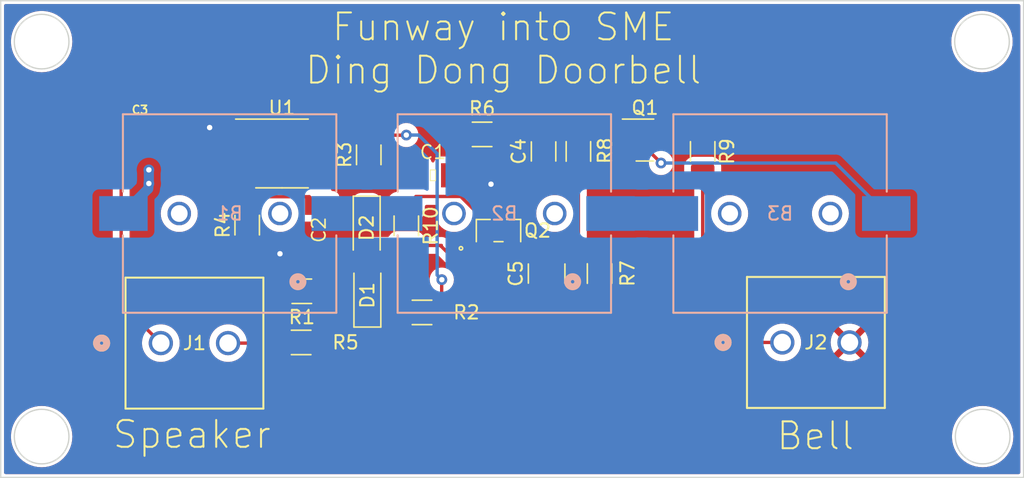
<source format=kicad_pcb>
(kicad_pcb (version 20221018) (generator pcbnew)
  (layers (0 "F.Cu" signal) (31 "B.Cu" signal) (34 "B.Paste" user) (35 "F.Paste" user) (36 "B.SilkS" user "B.Silkscreen") (37 "F.SilkS" user "F.Silkscreen") (38 "B.Mask" user) (39 "F.Mask" user) (44 "Edge.Cuts" user))
  (net 0 "")
  (net 1 "Net-(B1-Pad1)")
  (net 2 "9V")
  (net 3 "Net-(B2-Pad1)")
  (net 4 "Net-(Q1-E)")
  (net 5 "TRG")
  (net 6 "GND")
  (net 7 "RESET")
  (net 8 "Net-(J1-Pin_1)")
  (net 9 "Net-(U1-Q)")
  (net 10 "Net-(Q1-B)")
  (net 11 "Net-(C5-Pad1)")
  (net 12 "Net-(D1-K)")
  (net 13 "RNGR-")
  (net 14 "Net-(J1-Pin_2)")
  (net 15 "Net-(Q1-C)")
  (net 16 "DISCHARGE")
  (footprint "Diode_SMD:D_SOD-123" (layer "F.Cu") (at 134.0612 93.1164 -90)
    (fp_text reference "D2" (at 0 0 90) (layer "F.SilkS"))
    (fp_text value "1N4448W" hide)
    (fp_line (start -2.36 -1) (end -2.36 1) (stroke (width 0.12)) (layer "F.SilkS"))
    (fp_line (start -2.36 -1) (end 1.65 -1) (stroke (width 0.12)) (layer "F.SilkS"))
    (fp_line (start -2.36 1) (end 1.65 1) (stroke (width 0.12)) (layer "F.SilkS"))
    (pad "1" smd roundrect (at -1.65 0 270) (size 0.9 1.2) (layers "F.Cu" "F.Paste" "F.Mask") (net 7 "RESET"))
    (pad "2" smd roundrect (at 1.65 0 270) (size 0.9 1.2) (layers "F.Cu" "F.Paste" "F.Mask") (net 13 "RNGR-"))
  )
  (footprint "Resistor_SMD:R_1206_3216Metric" (layer "F.Cu") (at 125.1712 92.9132 90)
    (fp_text reference "R4" (at 0 -1.82 90) (layer "F.SilkS"))
    (fp_text value "10k")
    (fp_line (start -0.727064 -0.91) (end 0.727064 -0.91) (stroke (width 0.12)) (layer "F.SilkS"))
    (fp_line (start -0.727064 0.91) (end 0.727064 0.91) (stroke (width 0.12)) (layer "F.SilkS"))
    (pad "1" smd roundrect (at -1.4625 0 90) (size 1.125 1.75) (layers "F.Cu" "F.Paste" "F.Mask") (roundrect_rratio 0.2222222222) (net 6 "GND"))
    (pad "2" smd roundrect (at 1.4625 0 90) (size 1.125 1.75) (layers "F.Cu" "F.Paste" "F.Mask") (roundrect_rratio 0.2222222222) (net 7 "RESET"))
  )
  (footprint "Resistor_SMD:R_1206_3216Metric" (layer "F.Cu") (at 149.8092 87.4268 90)
    (fp_text reference "R8" (at 0.0508 1.9812 90) (layer "F.SilkS"))
    (fp_text value "1.2M")
    (fp_line (start -0.727064 -0.91) (end 0.727064 -0.91) (stroke (width 0.12)) (layer "F.SilkS"))
    (fp_line (start -0.727064 0.91) (end 0.727064 0.91) (stroke (width 0.12)) (layer "F.SilkS"))
    (pad "1" smd roundrect (at -1.4625 0 90) (size 1.125 1.75) (layers "F.Cu" "F.Paste" "F.Mask") (roundrect_rratio 0.2222222222) (net 4 "Net-(Q1-E)"))
    (pad "2" smd roundrect (at 1.4625 0 90) (size 1.125 1.75) (layers "F.Cu" "F.Paste" "F.Mask") (roundrect_rratio 0.2222222222) (net 10 "Net-(Q1-B)"))
  )
  (footprint "Capacitor_SMD:C_1206_3216Metric" (layer "F.Cu") (at 147.2184 87.4268 90)
    (fp_text reference "C4" (at 0 -1.85 90) (layer "F.SilkS"))
    (fp_text value "100nF")
    (fp_line (start -0.711252 -0.91) (end 0.711252 -0.91) (stroke (width 0.12)) (layer "F.SilkS"))
    (fp_line (start -0.711252 0.91) (end 0.711252 0.91) (stroke (width 0.12)) (layer "F.SilkS"))
    (pad "1" smd roundrect (at -1.475 0 90) (size 1.15 1.8) (layers "F.Cu" "F.Paste" "F.Mask") (roundrect_rratio 0.2173913043) (net 4 "Net-(Q1-E)"))
    (pad "2" smd roundrect (at 1.475 0 90) (size 1.15 1.8) (layers "F.Cu" "F.Paste" "F.Mask") (roundrect_rratio 0.2173913043) (net 10 "Net-(Q1-B)"))
  )
  (footprint "Diode_SMD:D_SOD-123" (layer "F.Cu") (at 134.112 98.1456 90)
    (fp_text reference "D1" (at 0 0 90) (layer "F.SilkS"))
    (fp_text value "1N4448W")
    (fp_line (start -2.36 -1) (end -2.36 1) (stroke (width 0.12)) (layer "F.SilkS"))
    (fp_line (start -2.36 -1) (end 1.65 -1) (stroke (width 0.12)) (layer "F.SilkS"))
    (fp_line (start -2.36 1) (end 1.65 1) (stroke (width 0.12)) (layer "F.SilkS"))
    (pad "1" smd roundrect (at -1.65 0 90) (size 0.9 1.2) (layers "F.Cu" "F.Paste" "F.Mask") (net 12 "Net-(D1-K)"))
    (pad "2" smd roundrect (at 1.65 0 90) (size 0.9 1.2) (layers "F.Cu" "F.Paste" "F.Mask") (net 13 "RNGR-"))
  )
  (footprint "Resistor_SMD:R_1206_3216Metric" (layer "F.Cu") (at 137.0076 92.964 -90)
    (fp_text reference "R10" (at 0 -1.82 90) (layer "F.SilkS"))
    (fp_text value "10k")
    (fp_line (start -0.727064 -0.91) (end 0.727064 -0.91) (stroke (width 0.12)) (layer "F.SilkS"))
    (fp_line (start -0.727064 0.91) (end 0.727064 0.91) (stroke (width 0.12)) (layer "F.SilkS"))
    (pad "1" smd roundrect (at -1.4625 0 270) (size 1.125 1.75) (layers "F.Cu" "F.Paste" "F.Mask") (roundrect_rratio 0.2222222222) (net 11 "Net-(C5-Pad1)"))
    (pad "2" smd roundrect (at 1.4625 0 270) (size 1.125 1.75) (layers "F.Cu" "F.Paste" "F.Mask") (roundrect_rratio 0.2222222222) (net 13 "RNGR-"))
  )
  (footprint "Si2342DS:SI2342DS-T1-GE3" (layer "F.Cu") (at 143.8656 93.3196)
    (fp_text reference "Q2" (at 2.9009 0.00626) (layer "F.SilkS"))
    (fp_text value "SI2338DS" hide)
    (fp_line (start -1.651 -0.8255) (end -1.651 0.8255) (stroke (width 0.12)) (layer "F.SilkS"))
    (fp_line (start -0.61674 -0.8255) (end -1.651 -0.8255) (stroke (width 0.12)) (layer "F.SilkS"))
    (fp_line (start -0.333261 0.8255) (end 0.333261 0.8255) (stroke (width 0.12)) (layer "F.SilkS"))
    (fp_line (start 1.651 -0.8255) (end 0.61674 -0.8255) (stroke (width 0.12)) (layer "F.SilkS"))
    (fp_line (start 1.651 0.8255) (end 1.651 -0.8255) (stroke (width 0.12)) (layer "F.SilkS"))
    (fp_circle (center -2.794 1.3208) (end -2.667 1.3208) (stroke (width 0.12)) (fill none) (layer "F.SilkS"))
    (pad "1" smd rect (at -0.950001 1.016) (size 0.568 1.309599) (layers "F.Cu" "F.Paste" "F.Mask") (net 11 "Net-(C5-Pad1)"))
    (pad "2" smd rect (at 0.950001 1.016) (size 0.568 1.309599) (layers "F.Cu" "F.Paste" "F.Mask") (net 4 "Net-(Q1-E)"))
    (pad "3" smd rect (at 0 -1.016) (size 0.568 1.309599) (layers "F.Cu" "F.Paste" "F.Mask") (net 6 "GND"))
  )
  (footprint "Resistor_SMD:R_1206_3216Metric" (layer "F.Cu") (at 151.384 96.52 -90)
    (fp_text reference "R7" (at 0 -2.0828 90) (layer "F.SilkS"))
    (fp_text value "10M")
    (fp_line (start -0.727064 -0.91) (end 0.727064 -0.91) (stroke (width 0.12)) (layer "F.SilkS"))
    (fp_line (start -0.727064 0.91) (end 0.727064 0.91) (stroke (width 0.12)) (layer "F.SilkS"))
    (pad "1" smd roundrect (at -1.4625 0 270) (size 1.125 1.75) (layers "F.Cu" "F.Paste" "F.Mask") (roundrect_rratio 0.2222222222) (net 4 "Net-(Q1-E)"))
    (pad "2" smd roundrect (at 1.4625 0 270) (size 1.125 1.75) (layers "F.Cu" "F.Paste" "F.Mask") (roundrect_rratio 0.2222222222) (net 11 "Net-(C5-Pad1)"))
  )
  (footprint "Resistor_SMD:R_1206_3216Metric" (layer "F.Cu") (at 138.176 99.4156 180)
    (fp_text reference "R2" (at -3.302 0) (layer "F.SilkS"))
    (fp_text value "68k")
    (fp_line (start -0.727064 -0.91) (end 0.727064 -0.91) (stroke (width 0.12)) (layer "F.SilkS"))
    (fp_line (start -0.727064 0.91) (end 0.727064 0.91) (stroke (width 0.12)) (layer "F.SilkS"))
    (pad "1" smd roundrect (at -1.4625 0 180) (size 1.125 1.75) (layers "F.Cu" "F.Paste" "F.Mask") (roundrect_rratio 0.2222222222) (net 16 "DISCHARGE"))
    (pad "2" smd roundrect (at 1.4625 0 180) (size 1.125 1.75) (layers "F.Cu" "F.Paste" "F.Mask") (roundrect_rratio 0.2222222222) (net 12 "Net-(D1-K)"))
  )
  (footprint "Resistor_SMD:R_1206_3216Metric" (layer "F.Cu") (at 142.6464 86.1568 180)
    (fp_text reference "R6" (at 0 1.9304) (layer "F.SilkS"))
    (fp_text value "10M")
    (fp_line (start -0.727064 -0.91) (end 0.727064 -0.91) (stroke (width 0.12)) (layer "F.SilkS"))
    (fp_line (start -0.727064 0.91) (end 0.727064 0.91) (stroke (width 0.12)) (layer "F.SilkS"))
    (pad "1" smd roundrect (at -1.4625 0 180) (size 1.125 1.75) (layers "F.Cu" "F.Paste" "F.Mask") (roundrect_rratio 0.2222222222) (net 10 "Net-(Q1-B)"))
    (pad "2" smd roundrect (at 1.4625 0 180) (size 1.125 1.75) (layers "F.Cu" "F.Paste" "F.Mask") (roundrect_rratio 0.2222222222) (net 2 "9V"))
  )
  (footprint "Resistor_SMD:R_1206_3216Metric" (layer "F.Cu") (at 129.1844 101.6508)
    (fp_text reference "R5" (at 3.302 0) (layer "F.SilkS"))
    (fp_text value "15R")
    (fp_line (start -0.727064 -0.91) (end 0.727064 -0.91) (stroke (width 0.12)) (layer "F.SilkS"))
    (fp_line (start -0.727064 0.91) (end 0.727064 0.91) (stroke (width 0.12)) (layer "F.SilkS"))
    (pad "1" smd roundrect (at -1.4625 0) (size 1.125 1.75) (layers "F.Cu" "F.Paste" "F.Mask") (roundrect_rratio 0.2222222222) (net 14 "Net-(J1-Pin_2)"))
    (pad "2" smd roundrect (at 1.4625 0) (size 1.125 1.75) (layers "F.Cu" "F.Paste" "F.Mask") (roundrect_rratio 0.2222222222) (net 2 "9V"))
  )
  (footprint "Capacitor_SMD:C_1210_3225Metric" (layer "F.Cu") (at 147.447 96.5218 90)
    (fp_text reference "C5" (at 0 -2.3 90) (layer "F.SilkS"))
    (fp_text value "100uF")
    (fp_line (start -0.711252 -1.36) (end 0.711252 -1.36) (stroke (width 0.12)) (layer "F.SilkS"))
    (fp_line (start -0.711252 1.36) (end 0.711252 1.36) (stroke (width 0.12)) (layer "F.SilkS"))
    (pad "1" smd roundrect (at -1.475 0 90) (size 1.15 2.7) (layers "F.Cu" "F.Paste" "F.Mask") (roundrect_rratio 0.217391) (net 11 "Net-(C5-Pad1)"))
    (pad "2" smd roundrect (at 1.475 0 90) (size 1.15 2.7) (layers "F.Cu" "F.Paste" "F.Mask") (roundrect_rratio 0.217391) (net 2 "9V"))
  )
  (footprint "Capacitors:1210" (layer "F.Cu") (at 117.1956 86.106)
    (fp_text reference "C3" (at 0 -1.778) (layer "F.SilkS") (effects (font (size 0.6096 0.6096) (thickness 0.127))))
    (fp_text value "47UF-1206-50V-10%" hide)
    (pad "1" smd rect (at -1.7526 0) (size 1.27 2.05994) (layers "F.Cu" "F.Paste" "F.Mask") (net 8 "Net-(J1-Pin_1)"))
    (pad "2" smd rect (at 1.7526 0) (size 1.27 2.05994) (layers "F.Cu" "F.Paste" "F.Mask") (net 9 "Net-(U1-Q)"))
  )
  (footprint "Resistor_SMD:R_1206_3216Metric" (layer "F.Cu") (at 159.0548 87.4268 -90)
    (fp_text reference "R9" (at 0 -1.82 90) (layer "F.SilkS"))
    (fp_text value "100R")
    (fp_line (start -0.727064 -0.91) (end 0.727064 -0.91) (stroke (width 0.12)) (layer "F.SilkS"))
    (fp_line (start -0.727064 0.91) (end 0.727064 0.91) (stroke (width 0.12)) (layer "F.SilkS"))
    (pad "1" smd roundrect (at -1.4625 0 270) (size 1.125 1.75) (layers "F.Cu" "F.Paste" "F.Mask") (roundrect_rratio 0.2222222222) (net 15 "Net-(Q1-C)"))
    (pad "2" smd roundrect (at 1.4625 0 270) (size 1.125 1.75) (layers "F.Cu" "F.Paste" "F.Mask") (roundrect_rratio 0.2222222222) (net 11 "Net-(C5-Pad1)"))
  )
  (footprint "Resistor_SMD:R_1206_3216Metric" (layer "F.Cu") (at 134.2136 87.6808 90)
    (fp_text reference "R3" (at 0 -1.82 90) (layer "F.SilkS"))
    (fp_text value "68k")
    (fp_line (start -0.727064 -0.91) (end 0.727064 -0.91) (stroke (width 0.12)) (layer "F.SilkS"))
    (fp_line (start -0.727064 0.91) (end 0.727064 0.91) (stroke (width 0.12)) (layer "F.SilkS"))
    (pad "1" smd roundrect (at -1.4625 0 90) (size 1.125 1.75) (layers "F.Cu" "F.Paste" "F.Mask") (roundrect_rratio 0.2222222222) (net 5 "TRG"))
    (pad "2" smd roundrect (at 1.4625 0 90) (size 1.125 1.75) (layers "F.Cu" "F.Paste" "F.Mask") (roundrect_rratio 0.2222222222) (net 16 "DISCHARGE"))
  )
  (footprint "Resistor_SMD:R_1206_3216Metric" (layer "F.Cu") (at 129.2352 97.8408 180)
    (fp_text reference "R1" (at 0 -1.9304) (layer "F.SilkS"))
    (fp_text value "68K")
    (fp_line (start -0.727064 -0.91) (end 0.727064 -0.91) (stroke (width 0.12)) (layer "F.SilkS"))
    (fp_line (start -0.727064 0.91) (end 0.727064 0.91) (stroke (width 0.12)) (layer "F.SilkS"))
    (pad "1" smd roundrect (at -1.4625 0 180) (size 1.125 1.75) (layers "F.Cu" "F.Paste" "F.Mask") (roundrect_rratio 0.2222222222) (net 12 "Net-(D1-K)"))
    (pad "2" smd roundrect (at 1.4625 0 180) (size 1.125 1.75) (layers "F.Cu" "F.Paste" "F.Mask") (roundrect_rratio 0.2222222222) (net 2 "9V"))
  )
  (footprint "Package_TO_SOT_SMD:SOT-23" (layer "F.Cu") (at 154.7599 86.5784)
    (fp_text reference "Q1" (at 0 -2.4) (layer "F.SilkS"))
    (fp_text value "BC848")
    (fp_line (start 0 -1.56) (end -1.675 -1.56) (stroke (width 0.12)) (layer "F.SilkS"))
    (fp_line (start 0 -1.56) (end 0.65 -1.56) (stroke (width 0.12)) (layer "F.SilkS"))
    (fp_line (start 0 1.56) (end -0.65 1.56) (stroke (width 0.12)) (layer "F.SilkS"))
    (fp_line (start 0 1.56) (end 0.65 1.56) (stroke (width 0.12)) (layer "F.SilkS"))
    (pad "1" smd roundrect (at -0.9375 -0.95) (size 1.475 0.6) (layers "F.Cu" "F.Paste" "F.Mask") (net 10 "Net-(Q1-B)"))
    (pad "2" smd roundrect (at -0.9375 0.95) (size 1.475 0.6) (layers "F.Cu" "F.Paste" "F.Mask") (net 4 "Net-(Q1-E)"))
    (pad "3" smd roundrect (at 0.9375 0) (size 1.475 0.6) (layers "F.Cu" "F.Paste" "F.Mask") (net 15 "Net-(Q1-C)"))
  )
  (footprint "Package_SO:SOIC-8_3.9x4.9mm_P1.27mm" (layer "F.Cu") (at 127.762 87.5792)
    (fp_text reference "U1" (at 0 -3.4) (layer "F.SilkS"))
    (fp_text value "NE555D")
    (fp_line (start 0 -2.56) (end -3.45 -2.56) (stroke (width 0.12)) (layer "F.SilkS"))
    (fp_line (start 0 -2.56) (end 1.95 -2.56) (stroke (width 0.12)) (layer "F.SilkS"))
    (fp_line (start 0 2.56) (end -1.95 2.56) (stroke (width 0.12)) (layer "F.SilkS"))
    (fp_line (start 0 2.56) (end 1.95 2.56) (stroke (width 0.12)) (layer "F.SilkS"))
    (pad "1" smd roundrect (at -2.475 -1.905) (size 1.95 0.6) (layers "F.Cu" "F.Paste" "F.Mask") (net 6 "GND"))
    (pad "2" smd roundrect (at -2.475 -0.635) (size 1.95 0.6) (layers "F.Cu" "F.Paste" "F.Mask") (net 5 "TRG"))
    (pad "3" smd roundrect (at -2.475 0.635) (size 1.95 0.6) (layers "F.Cu" "F.Paste" "F.Mask") (net 9 "Net-(U1-Q)"))
    (pad "4" smd roundrect (at -2.475 1.905) (size 1.95 0.6) (layers "F.Cu" "F.Paste" "F.Mask") (net 7 "RESET"))
    (pad "5" smd roundrect (at 2.475 1.905) (size 1.95 0.6) (layers "F.Cu" "F.Paste" "F.Mask"))
    (pad "6" smd roundrect (at 2.475 0.635) (size 1.95 0.6) (layers "F.Cu" "F.Paste" "F.Mask") (net 5 "TRG"))
    (pad "7" smd roundrect (at 2.475 -0.635) (size 1.95 0.6) (layers "F.Cu" "F.Paste" "F.Mask") (net 16 "DISCHARGE"))
    (pad "8" smd roundrect (at 2.475 -1.905) (size 1.95 0.6) (layers "F.Cu" "F.Paste" "F.Mask") (net 2 "9V"))
  )
  (footprint "2 Way Terminal Block:CONN_1890963_PXC" (layer "F.Cu") (at 118.7469 101.701602)
    (fp_text reference "J1" (at 2.5 0 unlocked) (layer "F.SilkS"))
    (fp_text value "Speaker")
    (fp_circle (center -4.405 0) (end -4.024 0) (stroke (width 0.508)) (fill none) (layer "B.SilkS"))
    (fp_line (start -2.627 -4.877001) (end -2.627 4.876998) (stroke (width 0.1524)) (layer "F.SilkS"))
    (fp_line (start -2.627 4.876998) (end 7.627 4.876998) (stroke (width 0.1524)) (layer "F.SilkS"))
    (fp_line (start 7.627 -4.877001) (end -2.627 -4.877001) (stroke (width 0.1524)) (layer "F.SilkS"))
    (fp_line (start 7.627 4.876998) (end 7.627 -4.877001) (stroke (width 0.1524)) (layer "F.SilkS"))
    (fp_circle (center -4.405 0) (end -4.024 0) (stroke (width 0.508)) (fill none) (layer "F.SilkS"))
    (pad "1" thru_hole circle (at 0 0) (size 1.8034 1.8034) (drill 1.2954) (layers "*.Cu" "*.Mask") (net 8 "Net-(J1-Pin_1)"))
    (pad "2" thru_hole circle (at 5 0) (size 1.8034 1.8034) (drill 1.2954) (layers "*.Cu" "*.Mask") (net 14 "Net-(J1-Pin_2)"))
  )
  (footprint "Capacitors:1206" (layer "F.Cu") (at 138.9888 89.2048)
    (fp_text reference "C1" (at 0 -1.7272) (layer "F.SilkS") (effects (font (thickness 0.127))))
    (fp_text value "100NF-1206-50V-10%" hide)
    (fp_line (start -0.19812 -0.39878) (end 0.19812 -0.39878) (stroke (width 0.06604)) (layer "F.SilkS"))
    (fp_line (start -0.19812 0.39878) (end -0.19812 -0.39878) (stroke (width 0.06604)) (layer "F.SilkS"))
    (fp_line (start -0.19812 0.39878) (end 0.19812 0.39878) (stroke (width 0.06604)) (layer "F.SilkS"))
    (fp_line (start 0.19812 0.39878) (end 0.19812 -0.39878) (stroke (width 0.06604)) (layer "F.SilkS"))
    (pad "1" smd rect (at -1.39954 0) (size 1.59766 1.79832) (layers "F.Cu" "F.Paste" "F.Mask") (net 5 "TRG"))
    (pad "2" smd rect (at 1.39954 0) (size 1.59766 1.79832) (layers "F.Cu" "F.Paste" "F.Mask") (net 6 "GND"))
  )
  (footprint "Capacitors:1210" (layer "F.Cu") (at 130.5052 93.2688 -90)
    (fp_text reference "C2" (at 0 0 90) (layer "F.SilkS") (effects (font (thickness 0.127))))
    (fp_text value "10UF-1210" hide)
    (pad "1" smd rect (at -1.7526 0 270) (size 1.27 2.05994) (layers "F.Cu" "F.Paste" "F.Mask") (net 7 "RESET"))
    (pad "2" smd rect (at 1.7526 0 270) (size 1.27 2.05994) (layers "F.Cu" "F.Paste" "F.Mask") (net 6 "GND"))
  )
  (footprint "2 Way Terminal Block:CONN_1890963_PXC" (layer "F.Cu") (at 164.9768 101.6508)
    (fp_text reference "J2" (at 2.5 0 unlocked) (layer "F.SilkS"))
    (fp_text value "Ringer")
    (fp_circle (center -4.405 0) (end -4.024 0) (stroke (width 0.508)) (fill none) (layer "B.SilkS"))
    (fp_line (start -2.627 -4.877001) (end -2.627 4.876998) (stroke (width 0.1524)) (layer "F.SilkS"))
    (fp_line (start -2.627 4.876998) (end 7.627 4.876998) (stroke (width 0.1524)) (layer "F.SilkS"))
    (fp_line (start 7.627 -4.877001) (end -2.627 -4.877001) (stroke (width 0.1524)) (layer "F.SilkS"))
    (fp_line (start 7.627 4.876998) (end 7.627 -4.877001) (stroke (width 0.1524)) (layer "F.SilkS"))
    (fp_circle (center -4.405 0) (end -4.024 0) (stroke (width 0.508)) (fill none) (layer "F.SilkS"))
    (pad "1" thru_hole circle (at 0 0) (size 1.8034 1.8034) (drill 1.2954) (layers "*.Cu" "*.Mask") (net 13 "RNGR-"))
    (pad "2" thru_hole circle (at 5 0) (size 1.8034 1.8034) (drill 1.2954) (layers "*.Cu" "*.Mask") (net 2 "9V"))
  )
  (footprint "CR1220 Holder:1048P_KEY" (layer "B.Cu") (at 123.8631 92.0496 180)
    (fp_text reference "B1" (at 0 0 unlocked) (layer "B.SilkS") (effects (justify mirror)))
    (fp_text value "1056TR")
    (fp_line (start -7.9375 -7.3914) (end 7.9375 -7.3914) (stroke (width 0.1524)) (layer "B.SilkS"))
    (fp_line (start -7.9375 -1.62814) (end -7.9375 -7.3914) (stroke (width 0.1524)) (layer "B.SilkS"))
    (fp_line (start -7.9375 7.3914) (end -7.9375 1.62814) (stroke (width 0.1524)) (layer "B.SilkS"))
    (fp_line (start 7.9375 -7.3914) (end 7.9375 -1.62814) (stroke (width 0.1524)) (layer "B.SilkS"))
    (fp_line (start 7.9375 1.62814) (end 7.9375 7.3914) (stroke (width 0.1524)) (layer "B.SilkS"))
    (fp_line (start 7.9375 7.3914) (end -7.9375 7.3914) (stroke (width 0.1524)) (layer "B.SilkS"))
    (fp_circle (center -5.08 -5.08) (end -5.461 -5.08) (stroke (width 0.508)) (fill none) (layer "B.SilkS"))
    (pad "1" smd rect (at -7.8994 0 180) (size 3.6068 2.5908) (layers "B.Cu" "B.Paste" "B.Mask") (net 1 "Net-(B1-Pad1)"))
    (pad "2" smd rect (at 7.8994 0 180) (size 3.6068 2.5908) (layers "B.Cu" "B.Paste" "B.Mask") (net 2 "9V"))
    (pad "3" thru_hole circle (at -3.7465 0 180) (size 1.7526 1.7526) (drill 1.2446) (layers "*.Cu" "*.Mask"))
    (pad "4" thru_hole circle (at 3.7465 0 180) (size 1.7526 1.7526) (drill 1.2446) (layers "*.Cu" "*.Mask"))
  )
  (footprint "CR1220 Holder:1048P_KEY" (layer "B.Cu") (at 144.299899 92.0496 180)
    (fp_text reference "B2" (at 0 0 unlocked) (layer "B.SilkS") (effects (justify mirror)))
    (fp_text value "1056TR")
    (fp_line (start -7.9375 -7.3914) (end 7.9375 -7.3914) (stroke (width 0.1524)) (layer "B.SilkS"))
    (fp_line (start -7.9375 -1.62814) (end -7.9375 -7.3914) (stroke (width 0.1524)) (layer "B.SilkS"))
    (fp_line (start -7.9375 7.3914) (end -7.9375 1.62814) (stroke (width 0.1524)) (layer "B.SilkS"))
    (fp_line (start 7.9375 -7.3914) (end 7.9375 -1.62814) (stroke (width 0.1524)) (layer "B.SilkS"))
    (fp_line (start 7.9375 1.62814) (end 7.9375 7.3914) (stroke (width 0.1524)) (layer "B.SilkS"))
    (fp_line (start 7.9375 7.3914) (end -7.9375 7.3914) (stroke (width 0.1524)) (layer "B.SilkS"))
    (fp_circle (center -5.08 -5.08) (end -5.461 -5.08) (stroke (width 0.508)) (fill none) (layer "B.SilkS"))
    (pad "1" smd rect (at -7.8994 0 180) (size 3.6068 2.5908) (layers "B.Cu" "B.Paste" "B.Mask") (net 3 "Net-(B2-Pad1)"))
    (pad "2" smd rect (at 7.8994 0 180) (size 3.6068 2.5908) (layers "B.Cu" "B.Paste" "B.Mask") (net 1 "Net-(B1-Pad1)"))
    (pad "3" thru_hole circle (at -3.7465 0 180) (size 1.7526 1.7526) (drill 1.2446) (layers "*.Cu" "*.Mask"))
    (pad "4" thru_hole circle (at 3.7465 0 180) (size 1.7526 1.7526) (drill 1.2446) (layers "*.Cu" "*.Mask"))
  )
  (footprint "CR1220 Holder:1048P_KEY" (layer "B.Cu") (at 164.810399 92.0496 180)
    (fp_text reference "B3" (at 0 0 unlocked) (layer "B.SilkS") (effects (justify mirror)))
    (fp_text value "1056TR")
    (fp_line (start -7.9375 -7.3914) (end 7.9375 -7.3914) (stroke (width 0.1524)) (layer "B.SilkS"))
    (fp_line (start -7.9375 -1.62814) (end -7.9375 -7.3914) (stroke (width 0.1524)) (layer "B.SilkS"))
    (fp_line (start -7.9375 7.3914) (end -7.9375 1.62814) (stroke (width 0.1524)) (layer "B.SilkS"))
    (fp_line (start 7.9375 -7.3914) (end 7.9375 -1.62814) (stroke (width 0.1524)) (layer "B.SilkS"))
    (fp_line (start 7.9375 1.62814) (end 7.9375 7.3914) (stroke (width 0.1524)) (layer "B.SilkS"))
    (fp_line (start 7.9375 7.3914) (end -7.9375 7.3914) (stroke (width 0.1524)) (layer "B.SilkS"))
    (fp_circle (center -5.08 -5.08) (end -5.461 -5.08) (stroke (width 0.508)) (fill none) (layer "B.SilkS"))
    (pad "1" smd rect (at -7.8994 0 180) (size 3.6068 2.5908) (layers "B.Cu" "B.Paste" "B.Mask") (net 4 "Net-(Q1-E)"))
    (pad "2" smd rect (at 7.8994 0 180) (size 3.6068 2.5908) (layers "B.Cu" "B.Paste" "B.Mask") (net 3 "Net-(B2-Pad1)"))
    (pad "3" thru_hole circle (at -3.7465 0 180) (size 1.7526 1.7526) (drill 1.2446) (layers "*.Cu" "*.Mask"))
    (pad "4" thru_hole circle (at 3.7465 0 180) (size 1.7526 1.7526) (drill 1.2446) (layers "*.Cu" "*.Mask"))
  )
  (gr_circle (center 109.8804 79.248) (end 111.9124 79.248) (stroke (width 0.1)) (fill none) (layer "Edge.Cuts"))
  (gr_circle (center 179.8828 108.6612) (end 181.9148 108.6612) (stroke (width 0.1)) (fill none) (layer "Edge.Cuts"))
  (gr_circle (center 109.8804 108.6612) (end 111.9124 108.6612) (stroke (width 0.1)) (fill none) (layer "Edge.Cuts"))
  (gr_circle (center 179.832 79.248) (end 177.8 79.248) (stroke (width 0.1)) (fill none) (layer "Edge.Cuts"))
  (gr_rect (start 106.8324 76.2) (end 182.9308 111.7092) (stroke (width 0.1)) (fill none) (layer "Edge.Cuts"))
  (gr_text "Speaker" (at 121.0564 109.6772) (layer "F.SilkS") (effects (font (size 2 2)) (justify bottom)))
  (gr_text "Funway into SME\nDing Dong Doorbell" (at 144.2212 82.55) (layer "F.SilkS") (effects (font (size 2 2)) (justify bottom)))
  (gr_text "Bell" (at 167.4368 109.7788) (layer "F.SilkS") (effects (font (size 2 2)) (justify bottom)))
  (segment (start 131.7625 92.0496) (end 136.400499 92.0496) (width 2.55) (layer "B.Cu") (net 1))
  (via (at 117.856 88.7984) (size 0.8) (drill 0.4) (layers "F.Cu" "B.Cu") (net 2))
  (via (at 117.856 89.8144) (size 0.8) (drill 0.4) (layers "F.Cu" "B.Cu") (net 2))
  (segment (start 115.9637 92.0496) (end 117.8052 90.2081) (width 0.75) (layer "B.Cu") (net 2))
  (segment (start 117.856 89.8144) (end 117.856 88.7984) (width 0.75) (layer "B.Cu") (net 2))
  (segment (start 117.8052 90.2081) (end 117.856 89.8144) (width 0.75) (layer "B.Cu") (net 2))
  (segment (start 152.199299 92.0496) (end 156.910999 92.0496) (width 2.55) (layer "B.Cu") (net 3))
  (segment (start 152.0043 88.8893) (end 149.8092 88.8893) (width 0.25) (layer "F.Cu") (net 4))
  (segment (start 153.3652 87.5284) (end 152.0043 88.8893) (width 0.25) (layer "F.Cu") (net 4))
  (segment (start 144.815601 89.829599) (end 144.815601 94.3356) (width 0.25) (layer "F.Cu") (net 4))
  (segment (start 155.194 87.5284) (end 155.956 88.2904) (width 0.25) (layer "F.Cu") (net 4))
  (segment (start 145.7452 88.9) (end 144.815601 89.829599) (width 0.25) (layer "F.Cu") (net 4))
  (segment (start 147.2309 88.8893) (end 147.2184 88.9018) (width 0.25) (layer "F.Cu") (net 4))
  (segment (start 153.8224 87.5284) (end 153.3652 87.5284) (width 0.25) (layer "F.Cu") (net 4))
  (segment (start 147.2166 88.9) (end 145.7452 88.9) (width 0.25) (layer "F.Cu") (net 4))
  (segment (start 150.6835 95.0575) (end 149.8092 94.1832) (width 0.25) (layer "F.Cu") (net 4))
  (segment (start 149.8092 88.8893) (end 147.2309 88.8893) (width 0.25) (layer "F.Cu") (net 4))
  (segment (start 153.8224 87.5284) (end 155.194 87.5284) (width 0.25) (layer "F.Cu") (net 4))
  (segment (start 151.384 95.0575) (end 150.6835 95.0575) (width 0.25) (layer "F.Cu") (net 4))
  (segment (start 149.8092 94.1832) (end 149.8092 88.8893) (width 0.25) (layer "F.Cu") (net 4))
  (segment (start 147.2184 88.9018) (end 147.2166 88.9) (width 0.25) (layer "F.Cu") (net 4))
  (via (at 155.956 88.2904) (size 0.8) (drill 0.4) (layers "F.Cu" "B.Cu") (net 4))
  (segment (start 155.956 88.2904) (end 168.950599 88.2904) (width 0.25) (layer "B.Cu") (net 4))
  (segment (start 168.950599 88.2904) (end 172.709799 92.0496) (width 0.25) (layer "B.Cu") (net 4))
  (segment (start 128.2954 88.2142) (end 130.237 88.2142) (width 0.25) (layer "F.Cu") (net 5))
  (segment (start 134.2751 89.2048) (end 137.58926 89.2048) (width 0.25) (layer "F.Cu") (net 5))
  (segment (start 133.2845 88.2142) (end 134.2136 89.1433) (width 0.25) (layer "F.Cu") (net 5))
  (segment (start 130.237 88.2142) (end 133.2845 88.2142) (width 0.25) (layer "F.Cu") (net 5))
  (segment (start 125.287 86.9442) (end 127.0254 86.9442) (width 0.25) (layer "F.Cu") (net 5))
  (segment (start 127.0254 86.9442) (end 128.2954 88.2142) (width 0.25) (layer "F.Cu") (net 5))
  (segment (start 134.2136 89.1433) (end 134.2751 89.2048) (width 0.25) (layer "F.Cu") (net 5))
  (segment (start 127.6096 95.0468) (end 127.635 95.0214) (width 0.25) (layer "F.Cu") (net 6))
  (segment (start 127.635 95.0214) (end 130.5052 95.0214) (width 0.25) (layer "F.Cu") (net 6))
  (segment (start 122.3772 85.598) (end 122.428 85.6488) (width 0.25) (layer "F.Cu") (net 6))
  (segment (start 125.1712 94.3757) (end 125.8169 95.0214) (width 0.25) (layer "F.Cu") (net 6))
  (segment (start 143.8656 92.3036) (end 143.8656 90.424) (width 0.25) (layer "F.Cu") (net 6))
  (segment (start 142.6464 89.2048) (end 143.3068 89.8652) (width 0.25) (layer "F.Cu") (net 6))
  (segment (start 143.3068 89.8652) (end 143.8656 90.424) (width 0.25) (layer "F.Cu") (net 6))
  (segment (start 122.4534 85.6742) (end 122.428 85.6488) (width 0.25) (layer "F.Cu") (net 6))
  (segment (start 125.8169 95.0214) (end 127.5842 95.0214) (width 0.25) (layer "F.Cu") (net 6))
  (segment (start 127.5842 95.0214) (end 127.6096 95.0468) (width 0.25) (layer "F.Cu") (net 6))
  (segment (start 122.428 85.6488) (end 122.3772 85.6488) (width 0.25) (layer "F.Cu") (net 6))
  (segment (start 122.3772 85.6488) (end 122.3772 85.598) (width 0.25) (layer "F.Cu") (net 6))
  (segment (start 125.287 85.6742) (end 122.4534 85.6742) (width 0.25) (layer "F.Cu") (net 6))
  (segment (start 140.38834 89.2048) (end 142.6464 89.2048) (width 0.25) (layer "F.Cu") (net 6))
  (via (at 122.3772 85.6488) (size 0.8) (drill 0.4) (layers "F.Cu" "B.Cu") (net 6))
  (via (at 143.3068 89.8652) (size 0.8) (drill 0.4) (layers "F.Cu" "B.Cu") (net 6))
  (via (at 127.6096 95.0468) (size 0.8) (drill 0.4) (layers "F.Cu" "B.Cu") (net 6))
  (segment (start 125.287 89.4842) (end 125.287 91.3349) (width 0.25) (layer "F.Cu") (net 7))
  (segment (start 125.8236 90.7983) (end 125.1712 91.4507) (width 0.25) (layer "F.Cu") (net 7))
  (segment (start 129.7873 90.7983) (end 125.8236 90.7983) (width 0.25) (layer "F.Cu") (net 7))
  (segment (start 134.0114 91.5162) (end 130.5052 91.5162) (width 0.25) (layer "F.Cu") (net 7))
  (segment (start 125.287 91.3349) (end 125.1712 91.4507) (width 0.25) (layer "F.Cu") (net 7))
  (segment (start 130.5052 91.5162) (end 129.7873 90.7983) (width 0.25) (layer "F.Cu") (net 7))
  (segment (start 134.0612 91.4664) (end 134.0114 91.5162) (width 0.25) (layer "F.Cu") (net 7))
  (segment (start 115.79606 98.750762) (end 118.7469 101.701602) (width 0.25) (layer "F.Cu") (net 8))
  (segment (start 115.79606 86.1568) (end 115.79606 98.750762) (width 0.25) (layer "F.Cu") (net 8))
  (segment (start 125.287 88.2142) (end 120.65254 88.2142) (width 0.25) (layer "F.Cu") (net 9))
  (segment (start 120.65254 88.2142) (end 118.59514 86.1568) (width 0.25) (layer "F.Cu") (net 9))
  (segment (start 144.3139 85.9518) (end 144.1089 86.1568) (width 0.25) (layer "F.Cu") (net 10))
  (segment (start 153.8224 85.6284) (end 150.1451 85.6284) (width 0.25) (layer "F.Cu") (net 10))
  (segment (start 149.8092 85.9643) (end 149.7967 85.9518) (width 0.25) (layer "F.Cu") (net 10))
  (segment (start 150.1451 85.6284) (end 149.8092 85.9643) (width 0.25) (layer "F.Cu") (net 10))
  (segment (start 149.7967 85.9518) (end 147.2184 85.9518) (width 0.25) (layer "F.Cu") (net 10))
  (segment (start 147.2184 85.9518) (end 144.3139 85.9518) (width 0.25) (layer "F.Cu") (net 10))
  (segment (start 142.915599 94.3356) (end 142.915599 92.642194) (width 0.25) (layer "F.Cu") (net 11))
  (segment (start 147.115 98.044) (end 143.8656 98.044) (width 0.25) (layer "F.Cu") (net 11))
  (segment (start 141.053005 90.7796) (end 137.7295 90.7796) (width 0.25) (layer "F.Cu") (net 11))
  (segment (start 142.915599 97.063601) (end 142.915599 94.3356) (width 0.25) (layer "F.Cu") (net 11))
  (segment (start 147.1168 98.0458) (end 147.115 98.044) (width 0.25) (layer "F.Cu") (net 11))
  (segment (start 159.0548 88.8893) (end 159.0548 95.1484) (width 0.25) (layer "F.Cu") (net 11))
  (segment (start 156.2207 97.9825) (end 151.384 97.9825) (width 0.25) (layer "F.Cu") (net 11))
  (segment (start 142.915599 92.642194) (end 141.053005 90.7796) (width 0.25) (layer "F.Cu") (net 11))
  (segment (start 137.7295 90.7796) (end 137.0076 91.5015) (width 0.25) (layer "F.Cu") (net 11))
  (segment (start 159.0548 95.1484) (end 156.2207 97.9825) (width 0.25) (layer "F.Cu") (net 11))
  (segment (start 151.384 97.9825) (end 147.1801 97.9825) (width 0.25) (layer "F.Cu") (net 11))
  (segment (start 147.1801 97.9825) (end 147.1168 98.0458) (width 0.25) (layer "F.Cu") (net 11))
  (segment (start 143.8656 98.044) (end 142.9004 97.0788) (width 0.25) (layer "F.Cu") (net 11))
  (segment (start 142.9004 97.0788) (end 142.915599 97.063601) (width 0.25) (layer "F.Cu") (net 11))
  (segment (start 132.1572 97.8408) (end 134.112 99.7956) (width 0.25) (layer "F.Cu") (net 12))
  (segment (start 136.7135 99.4156) (end 134.492 99.4156) (width 0.25) (layer "F.Cu") (net 12))
  (segment (start 134.492 99.4156) (end 134.112 99.7956) (width 0.25) (layer "F.Cu") (net 12))
  (segment (start 130.6977 97.8408) (end 132.1572 97.8408) (width 0.25) (layer "F.Cu") (net 12))
  (segment (start 139.611704 94.4265) (end 137.0076 94.4265) (width 0.25) (layer "F.Cu") (net 13))
  (segment (start 134.4011 94.4265) (end 134.0612 94.7664) (width 0.25) (layer "F.Cu") (net 13))
  (segment (start 139.611704 94.49721) (end 139.611704 94.4265) (width 0.25) (layer "F.Cu") (net 13))
  (segment (start 134.112 94.8172) (end 134.0612 94.7664) (width 0.25) (layer "F.Cu") (net 13))
  (segment (start 137.0076 94.4265) (end 134.4011 94.4265) (width 0.25) (layer "F.Cu") (net 13))
  (segment (start 134.112 96.4956) (end 134.112 94.8172) (width 0.25) (layer "F.Cu") (net 13))
  (segment (start 146.765294 101.6508) (end 139.611704 94.49721) (width 0.25) (layer "F.Cu") (net 13))
  (segment (start 164.9768 101.6508) (end 146.765294 101.6508) (width 0.25) (layer "F.Cu") (net 13))
  (segment (start 127.671098 101.701602) (end 123.7469 101.701602) (width 0.25) (layer "F.Cu") (net 14))
  (segment (start 127.7219 101.6508) (end 127.671098 101.701602) (width 0.25) (layer "F.Cu") (net 14))
  (segment (start 158.4407 86.5784) (end 159.0548 85.9643) (width 0.25) (layer "F.Cu") (net 15))
  (segment (start 155.6974 86.5784) (end 158.4407 86.5784) (width 0.25) (layer "F.Cu") (net 15))
  (segment (start 139.6385 99.4156) (end 139.6385 96.9879) (width 0.25) (layer "F.Cu") (net 16))
  (segment (start 132.334 86.868) (end 130.3132 86.868) (width 0.25) (layer "F.Cu") (net 16))
  (segment (start 134.2136 86.2183) (end 132.9837 86.2183) (width 0.25) (layer "F.Cu") (net 16))
  (segment (start 134.2136 86.2183) (end 136.9969 86.2183) (width 0.25) (layer "F.Cu") (net 16))
  (segment (start 136.9969 86.2183) (end 137.0076 86.2076) (width 0.25) (layer "F.Cu") (net 16))
  (segment (start 139.6385 96.9879) (end 139.6492 96.9772) (width 0.25) (layer "F.Cu") (net 16))
  (segment (start 132.9837 86.2183) (end 132.334 86.868) (width 0.25) (layer "F.Cu") (net 16))
  (segment (start 130.3132 86.868) (end 130.237 86.9442) (width 0.25) (layer "F.Cu") (net 16))
  (via (at 139.6492 96.9772) (size 0.8) (drill 0.4) (layers "F.Cu" "B.Cu") (net 16))
  (via (at 137.0076 86.2076) (size 0.8) (drill 0.4) (layers "F.Cu" "B.Cu") (net 16))
  (segment (start 139.302099 96.630099) (end 139.302099 87.587699) (width 0.25) (layer "B.Cu") (net 16))
  (segment (start 139.302099 87.587699) (end 137.922 86.2076) (width 0.25) (layer "B.Cu") (net 16))
  (segment (start 137.922 86.2076) (end 137.0076 86.2076) (width 0.25) (layer "B.Cu") (net 16))
  (segment (start 139.6492 96.9772) (end 139.302099 96.630099) (width 0.25) (layer "B.Cu") (net 16))
  (zone (net 2) (net_name "9V") (layer "F.Cu") (priority 1) (connect_pads (clearance 0.5)) (min_thickness 0.25) (fill yes (thermal_gap 0.5) (thermal_bridge_width 0.5))
    (polygon (pts (xy 106.8324 76.2) (xy 182.9308 76.2) (xy 182.9308 111.7092) (xy 106.8324 111.7092)))
  )
  (zone (net 6) (net_name "GND") (layer "B.Cu") (connect_pads (clearance 0.5)) (min_thickness 0.25) (fill yes (thermal_gap 0.5) (thermal_bridge_width 0.5))
    (polygon (pts (xy 106.8324 76.2) (xy 182.9308 76.2) (xy 182.9308 111.7092) (xy 106.8324 111.7092)))
  )
)
</source>
